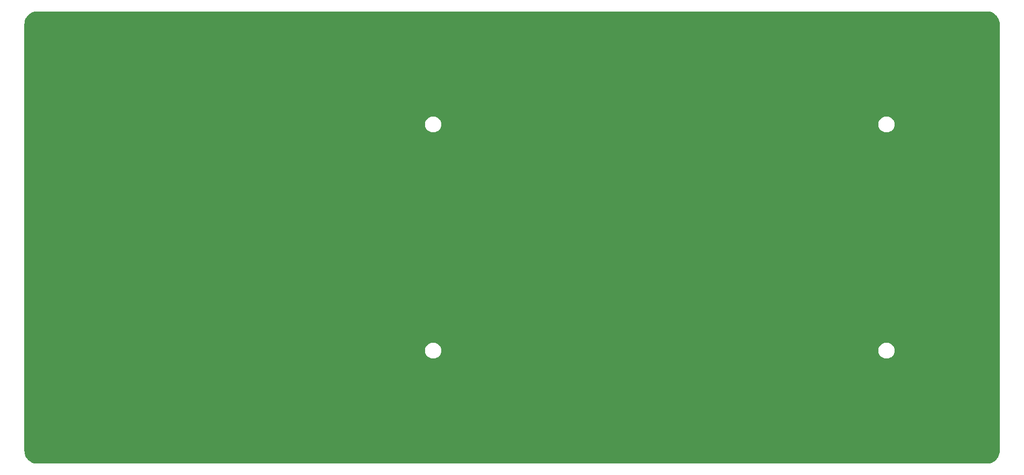
<source format=gbr>
%TF.GenerationSoftware,KiCad,Pcbnew,9.0.5-9.0.5~ubuntu24.04.1*%
%TF.CreationDate,2025-10-31T18:24:54+08:00*%
%TF.ProjectId,TPS,5450532e-6b69-4636-9164-5f7063625858,rev?*%
%TF.SameCoordinates,Original*%
%TF.FileFunction,Copper,L1,Top*%
%TF.FilePolarity,Positive*%
%FSLAX46Y46*%
G04 Gerber Fmt 4.6, Leading zero omitted, Abs format (unit mm)*
G04 Created by KiCad (PCBNEW 9.0.5-9.0.5~ubuntu24.04.1) date 2025-10-31 18:24:54*
%MOMM*%
%LPD*%
G01*
G04 APERTURE LIST*
G04 APERTURE END LIST*
%TA.AperFunction,NonConductor*%
G36*
X200228736Y-29000726D02*
G01*
X200461068Y-29014779D01*
X200469729Y-29015611D01*
X200521126Y-29022377D01*
X200527239Y-29023339D01*
X200729220Y-29060353D01*
X200738960Y-29062547D01*
X200782404Y-29074187D01*
X200787176Y-29075569D01*
X200990605Y-29138961D01*
X201001158Y-29142782D01*
X201028927Y-29154284D01*
X201032340Y-29155757D01*
X201240319Y-29249360D01*
X201253575Y-29256318D01*
X201339020Y-29307971D01*
X201468045Y-29385970D01*
X201480356Y-29394468D01*
X201677636Y-29549027D01*
X201688844Y-29558957D01*
X201866042Y-29736155D01*
X201875972Y-29747363D01*
X202030527Y-29944637D01*
X202039033Y-29956960D01*
X202168680Y-30171422D01*
X202175639Y-30184681D01*
X202269229Y-30392632D01*
X202270714Y-30396071D01*
X202282216Y-30423840D01*
X202286040Y-30434401D01*
X202349421Y-30637795D01*
X202350811Y-30642594D01*
X202362451Y-30686038D01*
X202364645Y-30695778D01*
X202401655Y-30897735D01*
X202402625Y-30903902D01*
X202409385Y-30955249D01*
X202410220Y-30963946D01*
X202424274Y-31196263D01*
X202424500Y-31203751D01*
X202424500Y-102996248D01*
X202424274Y-103003736D01*
X202410220Y-103236052D01*
X202409385Y-103244749D01*
X202402625Y-103296096D01*
X202401655Y-103302263D01*
X202364645Y-103504220D01*
X202362451Y-103513960D01*
X202350811Y-103557404D01*
X202349421Y-103562203D01*
X202286040Y-103765597D01*
X202282216Y-103776158D01*
X202270714Y-103803927D01*
X202269229Y-103807366D01*
X202175639Y-104015317D01*
X202168680Y-104028576D01*
X202039033Y-104243039D01*
X202030527Y-104255362D01*
X201875972Y-104452636D01*
X201866042Y-104463844D01*
X201688844Y-104641042D01*
X201677636Y-104650972D01*
X201480362Y-104805527D01*
X201468039Y-104814033D01*
X201253576Y-104943680D01*
X201240317Y-104950639D01*
X201032366Y-105044229D01*
X201028927Y-105045714D01*
X201001158Y-105057216D01*
X200990597Y-105061040D01*
X200787203Y-105124421D01*
X200782404Y-105125811D01*
X200738960Y-105137451D01*
X200729220Y-105139645D01*
X200527263Y-105176655D01*
X200521096Y-105177625D01*
X200469749Y-105184385D01*
X200461052Y-105185220D01*
X200237202Y-105198761D01*
X200228735Y-105199274D01*
X200221249Y-105199500D01*
X40664751Y-105199500D01*
X40657264Y-105199274D01*
X40647971Y-105198711D01*
X40424946Y-105185220D01*
X40416249Y-105184385D01*
X40364902Y-105177625D01*
X40358735Y-105176655D01*
X40156778Y-105139645D01*
X40147038Y-105137451D01*
X40103594Y-105125811D01*
X40098795Y-105124421D01*
X39895401Y-105061040D01*
X39884840Y-105057216D01*
X39857071Y-105045714D01*
X39853632Y-105044229D01*
X39645681Y-104950639D01*
X39632422Y-104943680D01*
X39417960Y-104814033D01*
X39405637Y-104805527D01*
X39208363Y-104650972D01*
X39197155Y-104641042D01*
X39019957Y-104463844D01*
X39010027Y-104452636D01*
X38855472Y-104255362D01*
X38846970Y-104243045D01*
X38768971Y-104114020D01*
X38717318Y-104028575D01*
X38710359Y-104015316D01*
X38616769Y-103807366D01*
X38615284Y-103803927D01*
X38603782Y-103776158D01*
X38599958Y-103765597D01*
X38565760Y-103655852D01*
X38536569Y-103562176D01*
X38535187Y-103557404D01*
X38523547Y-103513960D01*
X38521353Y-103504220D01*
X38501773Y-103397376D01*
X38484339Y-103302239D01*
X38483377Y-103296126D01*
X38476611Y-103244729D01*
X38475779Y-103236068D01*
X38461726Y-103003736D01*
X38461500Y-102996249D01*
X38461500Y-86043713D01*
X105824500Y-86043713D01*
X105824500Y-86256286D01*
X105857753Y-86466239D01*
X105923444Y-86668414D01*
X106019951Y-86857820D01*
X106144890Y-87029786D01*
X106295213Y-87180109D01*
X106467179Y-87305048D01*
X106467181Y-87305049D01*
X106467184Y-87305051D01*
X106656588Y-87401557D01*
X106858757Y-87467246D01*
X107068713Y-87500500D01*
X107068714Y-87500500D01*
X107281286Y-87500500D01*
X107281287Y-87500500D01*
X107491243Y-87467246D01*
X107693412Y-87401557D01*
X107882816Y-87305051D01*
X107904789Y-87289086D01*
X108054786Y-87180109D01*
X108054788Y-87180106D01*
X108054792Y-87180104D01*
X108205104Y-87029792D01*
X108205106Y-87029788D01*
X108205109Y-87029786D01*
X108330048Y-86857820D01*
X108330047Y-86857820D01*
X108330051Y-86857816D01*
X108426557Y-86668412D01*
X108492246Y-86466243D01*
X108525500Y-86256287D01*
X108525500Y-86043713D01*
X182024500Y-86043713D01*
X182024500Y-86256286D01*
X182057753Y-86466239D01*
X182123444Y-86668414D01*
X182219951Y-86857820D01*
X182344890Y-87029786D01*
X182495213Y-87180109D01*
X182667179Y-87305048D01*
X182667181Y-87305049D01*
X182667184Y-87305051D01*
X182856588Y-87401557D01*
X183058757Y-87467246D01*
X183268713Y-87500500D01*
X183268714Y-87500500D01*
X183481286Y-87500500D01*
X183481287Y-87500500D01*
X183691243Y-87467246D01*
X183893412Y-87401557D01*
X184082816Y-87305051D01*
X184104789Y-87289086D01*
X184254786Y-87180109D01*
X184254788Y-87180106D01*
X184254792Y-87180104D01*
X184405104Y-87029792D01*
X184405106Y-87029788D01*
X184405109Y-87029786D01*
X184530048Y-86857820D01*
X184530047Y-86857820D01*
X184530051Y-86857816D01*
X184626557Y-86668412D01*
X184692246Y-86466243D01*
X184725500Y-86256287D01*
X184725500Y-86043713D01*
X184692246Y-85833757D01*
X184626557Y-85631588D01*
X184530051Y-85442184D01*
X184530049Y-85442181D01*
X184530048Y-85442179D01*
X184405109Y-85270213D01*
X184254786Y-85119890D01*
X184082820Y-84994951D01*
X183893414Y-84898444D01*
X183893413Y-84898443D01*
X183893412Y-84898443D01*
X183691243Y-84832754D01*
X183691241Y-84832753D01*
X183691240Y-84832753D01*
X183529957Y-84807208D01*
X183481287Y-84799500D01*
X183268713Y-84799500D01*
X183220042Y-84807208D01*
X183058760Y-84832753D01*
X182856585Y-84898444D01*
X182667179Y-84994951D01*
X182495213Y-85119890D01*
X182344890Y-85270213D01*
X182219951Y-85442179D01*
X182123444Y-85631585D01*
X182057753Y-85833760D01*
X182024500Y-86043713D01*
X108525500Y-86043713D01*
X108492246Y-85833757D01*
X108426557Y-85631588D01*
X108330051Y-85442184D01*
X108330049Y-85442181D01*
X108330048Y-85442179D01*
X108205109Y-85270213D01*
X108054786Y-85119890D01*
X107882820Y-84994951D01*
X107693414Y-84898444D01*
X107693413Y-84898443D01*
X107693412Y-84898443D01*
X107491243Y-84832754D01*
X107491241Y-84832753D01*
X107491240Y-84832753D01*
X107329957Y-84807208D01*
X107281287Y-84799500D01*
X107068713Y-84799500D01*
X107020042Y-84807208D01*
X106858760Y-84832753D01*
X106656585Y-84898444D01*
X106467179Y-84994951D01*
X106295213Y-85119890D01*
X106144890Y-85270213D01*
X106019951Y-85442179D01*
X105923444Y-85631585D01*
X105857753Y-85833760D01*
X105824500Y-86043713D01*
X38461500Y-86043713D01*
X38461500Y-47943713D01*
X105824500Y-47943713D01*
X105824500Y-48156286D01*
X105857753Y-48366239D01*
X105923444Y-48568414D01*
X106019951Y-48757820D01*
X106144890Y-48929786D01*
X106295213Y-49080109D01*
X106467179Y-49205048D01*
X106467181Y-49205049D01*
X106467184Y-49205051D01*
X106656588Y-49301557D01*
X106858757Y-49367246D01*
X107068713Y-49400500D01*
X107068714Y-49400500D01*
X107281286Y-49400500D01*
X107281287Y-49400500D01*
X107491243Y-49367246D01*
X107693412Y-49301557D01*
X107882816Y-49205051D01*
X107904789Y-49189086D01*
X108054786Y-49080109D01*
X108054788Y-49080106D01*
X108054792Y-49080104D01*
X108205104Y-48929792D01*
X108205106Y-48929788D01*
X108205109Y-48929786D01*
X108330048Y-48757820D01*
X108330047Y-48757820D01*
X108330051Y-48757816D01*
X108426557Y-48568412D01*
X108492246Y-48366243D01*
X108525500Y-48156287D01*
X108525500Y-47943713D01*
X182024500Y-47943713D01*
X182024500Y-48156286D01*
X182057753Y-48366239D01*
X182123444Y-48568414D01*
X182219951Y-48757820D01*
X182344890Y-48929786D01*
X182495213Y-49080109D01*
X182667179Y-49205048D01*
X182667181Y-49205049D01*
X182667184Y-49205051D01*
X182856588Y-49301557D01*
X183058757Y-49367246D01*
X183268713Y-49400500D01*
X183268714Y-49400500D01*
X183481286Y-49400500D01*
X183481287Y-49400500D01*
X183691243Y-49367246D01*
X183893412Y-49301557D01*
X184082816Y-49205051D01*
X184104789Y-49189086D01*
X184254786Y-49080109D01*
X184254788Y-49080106D01*
X184254792Y-49080104D01*
X184405104Y-48929792D01*
X184405106Y-48929788D01*
X184405109Y-48929786D01*
X184530048Y-48757820D01*
X184530047Y-48757820D01*
X184530051Y-48757816D01*
X184626557Y-48568412D01*
X184692246Y-48366243D01*
X184725500Y-48156287D01*
X184725500Y-47943713D01*
X184692246Y-47733757D01*
X184626557Y-47531588D01*
X184530051Y-47342184D01*
X184530049Y-47342181D01*
X184530048Y-47342179D01*
X184405109Y-47170213D01*
X184254786Y-47019890D01*
X184082820Y-46894951D01*
X183893414Y-46798444D01*
X183893413Y-46798443D01*
X183893412Y-46798443D01*
X183691243Y-46732754D01*
X183691241Y-46732753D01*
X183691240Y-46732753D01*
X183529957Y-46707208D01*
X183481287Y-46699500D01*
X183268713Y-46699500D01*
X183220042Y-46707208D01*
X183058760Y-46732753D01*
X182856585Y-46798444D01*
X182667179Y-46894951D01*
X182495213Y-47019890D01*
X182344890Y-47170213D01*
X182219951Y-47342179D01*
X182123444Y-47531585D01*
X182057753Y-47733760D01*
X182024500Y-47943713D01*
X108525500Y-47943713D01*
X108492246Y-47733757D01*
X108426557Y-47531588D01*
X108330051Y-47342184D01*
X108330049Y-47342181D01*
X108330048Y-47342179D01*
X108205109Y-47170213D01*
X108054786Y-47019890D01*
X107882820Y-46894951D01*
X107693414Y-46798444D01*
X107693413Y-46798443D01*
X107693412Y-46798443D01*
X107491243Y-46732754D01*
X107491241Y-46732753D01*
X107491240Y-46732753D01*
X107329957Y-46707208D01*
X107281287Y-46699500D01*
X107068713Y-46699500D01*
X107020042Y-46707208D01*
X106858760Y-46732753D01*
X106656585Y-46798444D01*
X106467179Y-46894951D01*
X106295213Y-47019890D01*
X106144890Y-47170213D01*
X106019951Y-47342179D01*
X105923444Y-47531585D01*
X105857753Y-47733760D01*
X105824500Y-47943713D01*
X38461500Y-47943713D01*
X38461500Y-31203750D01*
X38461726Y-31196263D01*
X38475780Y-30963923D01*
X38476610Y-30955275D01*
X38483379Y-30903861D01*
X38484337Y-30897772D01*
X38521355Y-30695769D01*
X38523547Y-30686038D01*
X38525453Y-30678923D01*
X38535195Y-30642564D01*
X38536560Y-30637850D01*
X38599965Y-30434379D01*
X38603777Y-30423853D01*
X38615307Y-30396017D01*
X38616736Y-30392707D01*
X38710367Y-30184666D01*
X38717312Y-30171433D01*
X38846975Y-29956946D01*
X38855462Y-29944650D01*
X39010034Y-29747354D01*
X39019949Y-29736163D01*
X39197163Y-29558949D01*
X39208354Y-29549034D01*
X39405650Y-29394462D01*
X39417946Y-29385975D01*
X39632433Y-29256312D01*
X39645666Y-29249367D01*
X39853707Y-29155736D01*
X39857017Y-29154307D01*
X39884853Y-29142777D01*
X39895379Y-29138965D01*
X40098850Y-29075560D01*
X40103564Y-29074195D01*
X40147038Y-29062547D01*
X40156769Y-29060355D01*
X40358772Y-29023337D01*
X40364861Y-29022379D01*
X40416275Y-29015610D01*
X40424925Y-29014780D01*
X40657264Y-29000726D01*
X40664751Y-29000500D01*
X200221249Y-29000500D01*
X200228736Y-29000726D01*
G37*
%TD.AperFunction*%
M02*

</source>
